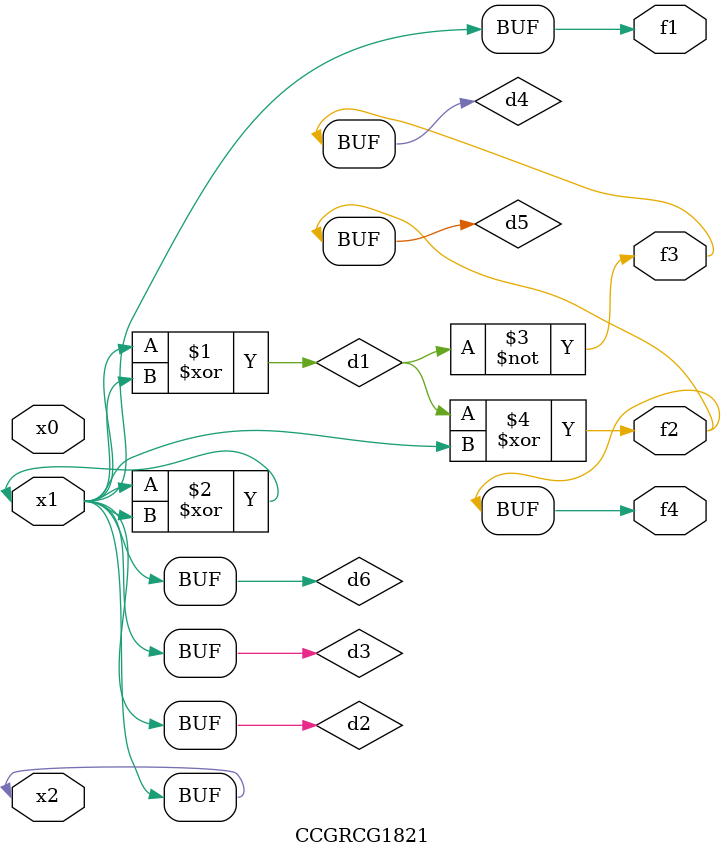
<source format=v>
module CCGRCG1821(
	input x0, x1, x2,
	output f1, f2, f3, f4
);

	wire d1, d2, d3, d4, d5, d6;

	xor (d1, x1, x2);
	buf (d2, x1, x2);
	xor (d3, x1, x2);
	nor (d4, d1);
	xor (d5, d1, d2);
	buf (d6, d2, d3);
	assign f1 = d6;
	assign f2 = d5;
	assign f3 = d4;
	assign f4 = d5;
endmodule

</source>
